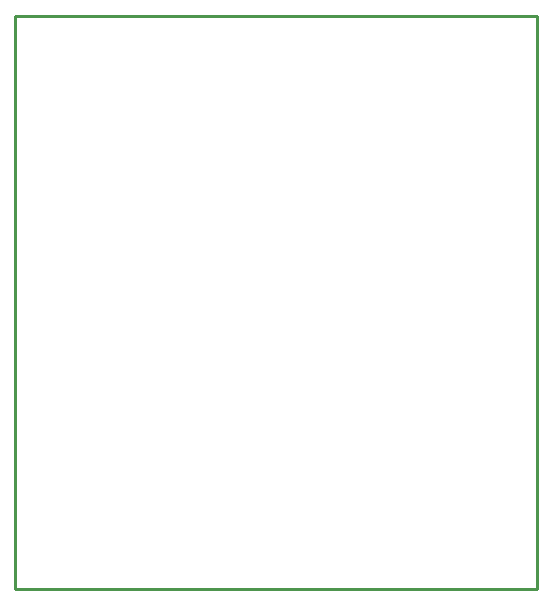
<source format=gko>
G04 ---------------------------- Layer name :KeepOutLayer*
G04 EasyEDA v5.8.22, Sun, 09 Dec 2018 21:39:12 GMT*
G04 2c5bf0bc6ca0461b88a5c6b9ef220c93*
G04 Gerber Generator version 0.2*
G04 Scale: 100 percent, Rotated: No, Reflected: No *
G04 Dimensions in millimeters *
G04 leading zeros omitted , absolute positions ,3 integer and 3 decimal *
%FSLAX33Y33*%
%MOMM*%
G90*
G71D02*

%ADD10C,0.254000*%
G54D10*
G01X0Y48513D02*
G01X44195Y48513D01*
G01X44195Y0D01*
G01X0Y0D01*
G01X0Y48513D01*

%LPD*%
M00*
M02*

</source>
